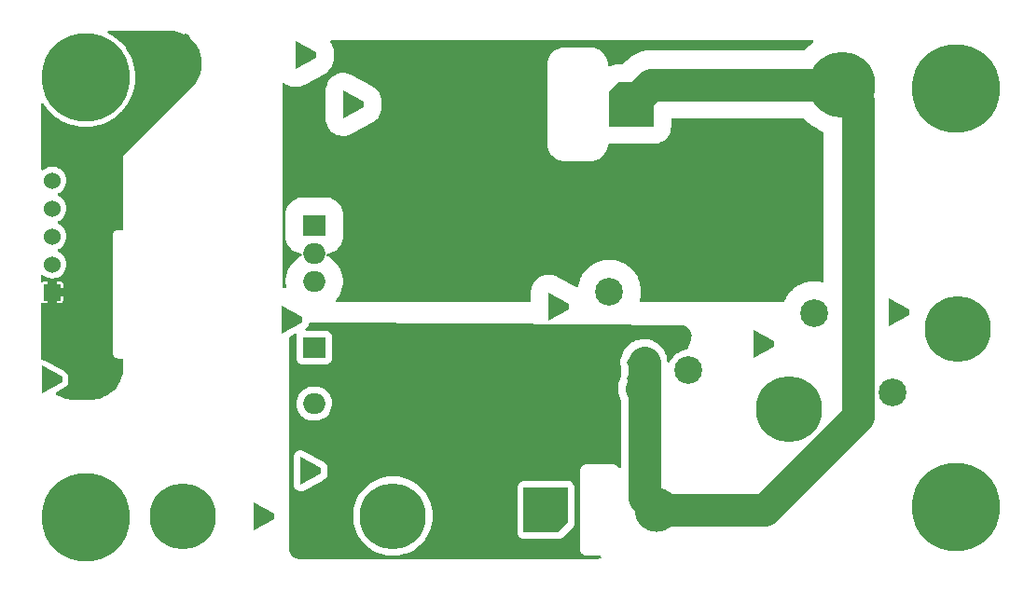
<source format=gbl>
%TF.GenerationSoftware,KiCad,Pcbnew,6.0.4*%
%TF.CreationDate,2022-07-27T16:30:23-04:00*%
%TF.ProjectId,verter,76657274-6572-42e6-9b69-6361645f7063,rev?*%
%TF.SameCoordinates,Original*%
%TF.FileFunction,Copper,L4,Bot*%
%TF.FilePolarity,Positive*%
%FSLAX46Y46*%
G04 Gerber Fmt 4.6, Leading zero omitted, Abs format (unit mm)*
G04 Created by KiCad (PCBNEW 6.0.4) date 2022-07-27 16:30:23*
%MOMM*%
%LPD*%
G01*
G04 APERTURE LIST*
G04 Aperture macros list*
%AMOutline4P*
0 Free polygon, 4 corners , with rotation*
0 The origin of the aperture is its center*
0 number of corners: always 4*
0 $1 to $8 corner X, Y*
0 $9 Rotation angle, in degrees counterclockwise*
0 create outline with 4 corners*
4,1,4,$1,$2,$3,$4,$5,$6,$7,$8,$1,$2,$9*%
%AMOutline5P*
0 Free polygon, 5 corners , with rotation*
0 The origin of the aperture is its center*
0 number of corners: always 5*
0 $1 to $10 corner X, Y*
0 $11 Rotation angle, in degrees counterclockwise*
0 create outline with 5 corners*
4,1,5,$1,$2,$3,$4,$5,$6,$7,$8,$9,$10,$1,$2,$11*%
%AMOutline6P*
0 Free polygon, 6 corners , with rotation*
0 The origin of the aperture is its center*
0 number of corners: always 6*
0 $1 to $12 corner X, Y*
0 $13 Rotation angle, in degrees counterclockwise*
0 create outline with 6 corners*
4,1,6,$1,$2,$3,$4,$5,$6,$7,$8,$9,$10,$11,$12,$1,$2,$13*%
%AMOutline7P*
0 Free polygon, 7 corners , with rotation*
0 The origin of the aperture is its center*
0 number of corners: always 7*
0 $1 to $14 corner X, Y*
0 $15 Rotation angle, in degrees counterclockwise*
0 create outline with 7 corners*
4,1,7,$1,$2,$3,$4,$5,$6,$7,$8,$9,$10,$11,$12,$13,$14,$1,$2,$15*%
%AMOutline8P*
0 Free polygon, 8 corners , with rotation*
0 The origin of the aperture is its center*
0 number of corners: always 8*
0 $1 to $16 corner X, Y*
0 $17 Rotation angle, in degrees counterclockwise*
0 create outline with 8 corners*
4,1,8,$1,$2,$3,$4,$5,$6,$7,$8,$9,$10,$11,$12,$13,$14,$15,$16,$1,$2,$17*%
G04 Aperture macros list end*
%TA.AperFunction,ComponentPad*%
%ADD10C,8.000000*%
%TD*%
%TA.AperFunction,TestPad*%
%ADD11C,6.000000*%
%TD*%
%TA.AperFunction,ComponentPad*%
%ADD12Outline4P,-0.912000X-1.262000X0.912000X-0.262000X0.912000X0.262000X-0.912000X1.262000X0.000000*%
%TD*%
%TA.AperFunction,ComponentPad*%
%ADD13R,1.524000X1.524000*%
%TD*%
%TA.AperFunction,ComponentPad*%
%ADD14C,1.524000*%
%TD*%
%TA.AperFunction,ComponentPad*%
%ADD15C,2.524000*%
%TD*%
%TA.AperFunction,ComponentPad*%
%ADD16R,2.000000X1.905000*%
%TD*%
%TA.AperFunction,ComponentPad*%
%ADD17O,2.000000X1.905000*%
%TD*%
%TA.AperFunction,ComponentPad*%
%ADD18C,4.000000*%
%TD*%
%TA.AperFunction,ComponentPad*%
%ADD19Outline5P,-2.000000X1.200000X-1.200000X2.000000X2.000000X2.000000X2.000000X-2.000000X-2.000000X-2.000000X0.000000*%
%TD*%
%TA.AperFunction,ComponentPad*%
%ADD20Outline5P,-2.000000X1.200000X-1.200000X2.000000X2.000000X2.000000X2.000000X-2.000000X-2.000000X-2.000000X180.000000*%
%TD*%
%TA.AperFunction,ViaPad*%
%ADD21C,0.800000*%
%TD*%
%TA.AperFunction,ViaPad*%
%ADD22C,0.600000*%
%TD*%
%TA.AperFunction,ViaPad*%
%ADD23C,0.550000*%
%TD*%
%TA.AperFunction,ViaPad*%
%ADD24C,0.700000*%
%TD*%
%TA.AperFunction,Conductor*%
%ADD25C,3.000000*%
%TD*%
G04 APERTURE END LIST*
D10*
%TO.P,M1,1,hol*%
%TO.N,/amp/nw*%
X105000000Y-105000000D03*
%TD*%
D11*
%TO.P,BN2,1,1+*%
%TO.N,+VDC*%
X168900000Y-116100000D03*
%TO.P,BN2,2,2-*%
%TO.N,-VDC*%
X168900000Y-135150000D03*
%TD*%
D10*
%TO.P,M2,1,hol*%
%TO.N,/amp/sw*%
X184000000Y-144000000D03*
%TD*%
D12*
%TO.P,t3bat-1,1,tp*%
%TO.N,-BATT*%
X125450000Y-140750000D03*
%TD*%
%TO.P,t12hbout1,1,tp*%
%TO.N,/amp/hbout*%
X178850000Y-126350000D03*
%TD*%
%TO.P,t2vdda1,1,tp*%
%TO.N,/amp/vdda*%
X125000000Y-103000000D03*
%TD*%
D13*
%TO.P,cn1,1,1*%
%TO.N,GND*%
X101986000Y-124540000D03*
D14*
%TO.P,cn1,2,2*%
%TO.N,hb_b_in*%
X101986000Y-122000000D03*
%TO.P,cn1,3,3*%
%TO.N,hb_a_in*%
X101986000Y-119460000D03*
%TO.P,cn1,4,4*%
%TO.N,hb_dis*%
X101986000Y-116920000D03*
%TO.P,cn1,5,5*%
%TO.N,+3V3*%
X101986000Y-114380000D03*
%TD*%
D12*
%TO.P,t1,1,tp*%
%TO.N,+3V3*%
X102000000Y-132460000D03*
%TD*%
%TO.P,t4bat+1,1,tp*%
%TO.N,+BATT*%
X121200000Y-144900000D03*
%TD*%
D10*
%TO.P,M3,1,hol*%
%TO.N,/amp/ne*%
X184000000Y-106000000D03*
%TD*%
D15*
%TO.P,L1,1,1*%
%TO.N,/amp/hb_rawmid*%
X152550000Y-124450000D03*
%TO.P,L1,2,2*%
%TO.N,/amp/hb_filtmid*%
X159734205Y-131634205D03*
%TD*%
D11*
%TO.P,BN3,1,1+*%
%TO.N,+BATT*%
X113850000Y-144850000D03*
%TO.P,BN3,2,2-*%
%TO.N,-BATT*%
X132900000Y-144850000D03*
%TD*%
D16*
%TO.P,U2,1,g*%
%TO.N,/amp/lo_gate*%
X125770000Y-129560000D03*
D17*
%TO.P,U2,2,d*%
%TO.N,/amp/hb_rawmid*%
X125770000Y-132100000D03*
%TO.P,U2,3,s*%
%TO.N,-VDC*%
X125770000Y-134640000D03*
%TD*%
D18*
%TO.P,C6,1*%
%TO.N,+VDC*%
X144550000Y-107450000D03*
D19*
%TO.P,C6,2*%
%TO.N,/amp/vdc_midpoint*%
X154550000Y-107450000D03*
%TD*%
D12*
%TO.P,t6higate1,1,tp*%
%TO.N,/amp/hi_gate*%
X129340000Y-107460000D03*
%TD*%
%TO.P,t5lo_gate1,1,tp*%
%TO.N,/amp/lo_gate*%
X123750000Y-127000000D03*
%TD*%
%TO.P,t8hbf1,1,tp*%
%TO.N,/amp/hb_filtmid*%
X166550000Y-129250000D03*
%TD*%
D16*
%TO.P,U1,1,g*%
%TO.N,/amp/hi_gate*%
X125770000Y-118460000D03*
D17*
%TO.P,U1,2,d*%
%TO.N,+VDC*%
X125770000Y-121000000D03*
%TO.P,U1,3,s*%
%TO.N,/amp/hb_rawmid*%
X125770000Y-123540000D03*
%TD*%
D15*
%TO.P,L2,1,1*%
%TO.N,/amp/hb_filtmid*%
X171115795Y-126415795D03*
%TO.P,L2,2,2*%
%TO.N,/amp/hbout*%
X178300000Y-133600000D03*
%TD*%
D12*
%TO.P,t7hbc1,1,tp*%
%TO.N,/amp/hb_rawmid*%
X147950000Y-125800000D03*
%TD*%
D11*
%TO.P,BN1,1,1*%
%TO.N,/amp/vdc_midpoint*%
X173650000Y-105650000D03*
%TD*%
%TO.P,BNOut4,1,1*%
%TO.N,/amp/hbout*%
X184200000Y-127900000D03*
%TD*%
D18*
%TO.P,C7,1*%
%TO.N,/amp/vdc_midpoint*%
X156800000Y-144300000D03*
D20*
%TO.P,C7,2*%
%TO.N,-VDC*%
X146800000Y-144300000D03*
%TD*%
D10*
%TO.P,M4,1,hol*%
%TO.N,/amp/se*%
X105000000Y-145000000D03*
%TD*%
D21*
%TO.N,GND*%
X105400000Y-115400000D03*
D22*
X103900000Y-124200000D03*
D21*
X114050000Y-101450000D03*
X103300000Y-127550000D03*
X107650000Y-113200000D03*
X102000000Y-126200000D03*
X114200000Y-104900000D03*
D23*
%TO.N,+VDC*%
X143000000Y-118000000D03*
X132000000Y-118000000D03*
X140000000Y-123000000D03*
D21*
X129000000Y-119300000D03*
D23*
X137000000Y-118000000D03*
D21*
X128950000Y-121900000D03*
D23*
X139000000Y-124000000D03*
X144000000Y-123000000D03*
X144000000Y-119000000D03*
X143000000Y-119000000D03*
X138000000Y-123000000D03*
X141000000Y-119000000D03*
X138000000Y-118000000D03*
X144000000Y-124000000D03*
X144000000Y-118000000D03*
X142000000Y-124000000D03*
X142000000Y-119000000D03*
X138000000Y-122000000D03*
X141000000Y-124000000D03*
X139000000Y-122000000D03*
D21*
X129000000Y-123400000D03*
D23*
X140000000Y-122000000D03*
X140000000Y-124000000D03*
X138000000Y-124000000D03*
X140490000Y-117490000D03*
X140000000Y-121000000D03*
X140000000Y-120000000D03*
D21*
X129000000Y-120500000D03*
D23*
X142000000Y-123000000D03*
X142000000Y-118000000D03*
X131000000Y-118000000D03*
X143000000Y-123000000D03*
X130000000Y-118000000D03*
X136000000Y-118000000D03*
X139000000Y-121000000D03*
X143000000Y-124000000D03*
X141000000Y-123000000D03*
X138990000Y-118990000D03*
%TO.N,/amp/hb_rawmid*%
X139000000Y-130000000D03*
X144000000Y-135000000D03*
X141000000Y-130000000D03*
X143000000Y-128000000D03*
X140000000Y-135000000D03*
D24*
X144000000Y-136000000D03*
D23*
X141000000Y-134000000D03*
X143000000Y-129000000D03*
X144000000Y-134000000D03*
X142000000Y-135000000D03*
X140000000Y-130000000D03*
D21*
X128300000Y-132400000D03*
X128300000Y-131350000D03*
D23*
X141000000Y-128000000D03*
X140000000Y-136000000D03*
X141000000Y-135000000D03*
X140000000Y-129000000D03*
X144000000Y-130000000D03*
X140000000Y-134000000D03*
X142000000Y-128000000D03*
X141000000Y-129000000D03*
X144000000Y-128000000D03*
X142000000Y-136000000D03*
X143000000Y-135000000D03*
X141000000Y-136000000D03*
X140000000Y-128000000D03*
X143000000Y-130000000D03*
X144000000Y-129000000D03*
X143000000Y-136000000D03*
D21*
X128250000Y-133450000D03*
D23*
X142000000Y-130000000D03*
X142000000Y-129000000D03*
D21*
%TO.N,/amp/vdc_midpoint*%
X155700000Y-130900000D03*
X154575000Y-132375000D03*
X155450000Y-133250000D03*
X154550000Y-130900000D03*
X155700000Y-132050000D03*
%TD*%
D25*
%TO.N,/amp/vdc_midpoint*%
X175126978Y-107126978D02*
X175126978Y-135851978D01*
X155700000Y-133500000D02*
X155700000Y-133800000D01*
X175126978Y-135851978D02*
X166678956Y-144300000D01*
X173650000Y-105650000D02*
X175126978Y-107126978D01*
X155700000Y-143200000D02*
X155700000Y-133800000D01*
X173650000Y-105650000D02*
X156350000Y-105650000D01*
X156350000Y-105650000D02*
X154550000Y-107450000D01*
X166678956Y-144300000D02*
X156800000Y-144300000D01*
X156800000Y-144300000D02*
X155700000Y-143200000D01*
X155700000Y-132050000D02*
X155700000Y-130900000D01*
X155700000Y-133800000D02*
X155700000Y-132050000D01*
X155450000Y-133250000D02*
X155700000Y-133500000D01*
%TD*%
%TA.AperFunction,Conductor*%
%TO.N,/amp/hb_rawmid*%
G36*
X141228197Y-127395888D02*
G01*
X159026692Y-127492041D01*
X159038923Y-127492702D01*
X159213784Y-127510716D01*
X159237766Y-127515576D01*
X159399940Y-127565239D01*
X159422531Y-127574641D01*
X159572061Y-127654720D01*
X159592408Y-127668313D01*
X159723633Y-127775779D01*
X159740969Y-127793047D01*
X159848954Y-127923856D01*
X159862624Y-127944147D01*
X159902453Y-128017822D01*
X159943285Y-128093354D01*
X159952777Y-128115908D01*
X160003079Y-128277897D01*
X160008032Y-128301860D01*
X160026075Y-128470514D01*
X160026303Y-128494982D01*
X160011408Y-128663941D01*
X160006903Y-128687992D01*
X159957912Y-128856810D01*
X159953930Y-128868394D01*
X159624559Y-129693763D01*
X159580733Y-129749619D01*
X159514456Y-129772873D01*
X159499170Y-129773714D01*
X159239370Y-129825392D01*
X159073737Y-129883558D01*
X158993650Y-129911682D01*
X158993647Y-129911683D01*
X158989442Y-129913160D01*
X158985489Y-129915213D01*
X158985483Y-129915216D01*
X158942772Y-129937403D01*
X158754375Y-130035268D01*
X158646616Y-130112273D01*
X158542479Y-130186690D01*
X158542475Y-130186693D01*
X158538858Y-130189278D01*
X158535638Y-130192350D01*
X158385206Y-130335855D01*
X158347191Y-130372119D01*
X158183199Y-130580142D01*
X158125791Y-130678978D01*
X158052388Y-130805350D01*
X158052385Y-130805356D01*
X158050154Y-130809197D01*
X158047531Y-130815674D01*
X158047008Y-130816333D01*
X158046521Y-130817327D01*
X158046304Y-130817221D01*
X158003421Y-130871303D01*
X157936236Y-130894254D01*
X157867309Y-130877240D01*
X157818522Y-130825661D01*
X157805038Y-130776944D01*
X157794165Y-130617452D01*
X157794164Y-130617446D01*
X157793873Y-130613175D01*
X157782131Y-130556472D01*
X157736443Y-130335855D01*
X157735574Y-130331658D01*
X157639607Y-130060657D01*
X157563478Y-129913160D01*
X157509715Y-129808995D01*
X157509715Y-129808994D01*
X157507750Y-129805188D01*
X157494488Y-129786317D01*
X157344904Y-129573482D01*
X157342441Y-129569977D01*
X157146740Y-129359378D01*
X156924268Y-129177287D01*
X156679142Y-129027073D01*
X156661048Y-129019130D01*
X156419830Y-128913243D01*
X156415898Y-128911517D01*
X156389963Y-128904129D01*
X156143534Y-128833932D01*
X156143535Y-128833932D01*
X156139406Y-128832756D01*
X155926704Y-128802485D01*
X155859036Y-128792854D01*
X155859034Y-128792854D01*
X155854784Y-128792249D01*
X155850495Y-128792227D01*
X155850488Y-128792226D01*
X155571583Y-128790765D01*
X155571576Y-128790765D01*
X155567297Y-128790743D01*
X155563053Y-128791302D01*
X155563049Y-128791302D01*
X155437660Y-128807810D01*
X155282266Y-128828268D01*
X155278126Y-128829401D01*
X155278124Y-128829401D01*
X155201311Y-128850415D01*
X155004964Y-128904129D01*
X155001016Y-128905813D01*
X154744476Y-129015237D01*
X154744472Y-129015239D01*
X154740524Y-129016923D01*
X154615960Y-129091473D01*
X154497521Y-129162357D01*
X154497517Y-129162360D01*
X154493839Y-129164561D01*
X154269472Y-129344313D01*
X154071577Y-129552851D01*
X153970321Y-129693763D01*
X153913046Y-129773470D01*
X153903814Y-129786317D01*
X153769288Y-130040392D01*
X153670489Y-130310373D01*
X153669575Y-130314565D01*
X153639703Y-130451570D01*
X153627010Y-130485428D01*
X153618567Y-130500787D01*
X153558765Y-130689306D01*
X153536719Y-130885851D01*
X153537235Y-130891995D01*
X153550001Y-131044024D01*
X153553268Y-131082934D01*
X153561321Y-131111019D01*
X153586619Y-131199243D01*
X153591500Y-131233973D01*
X153591500Y-132120417D01*
X153586559Y-132152333D01*
X153586909Y-132152407D01*
X153585628Y-132158433D01*
X153583765Y-132164306D01*
X153583079Y-132170425D01*
X153583078Y-132170428D01*
X153572443Y-132265248D01*
X153556676Y-132313630D01*
X153547241Y-132330171D01*
X153506636Y-132431179D01*
X153443274Y-132588799D01*
X153440011Y-132596915D01*
X153369975Y-132875744D01*
X153369504Y-132880011D01*
X153345872Y-133094068D01*
X153338427Y-133161499D01*
X153345953Y-133448891D01*
X153392412Y-133732602D01*
X153393673Y-133736702D01*
X153393674Y-133736705D01*
X153434998Y-133871032D01*
X153476946Y-134007385D01*
X153553461Y-134172222D01*
X153579788Y-134228939D01*
X153591500Y-134281990D01*
X153591500Y-140392690D01*
X153571498Y-140460811D01*
X153517842Y-140507304D01*
X153447568Y-140517408D01*
X153382988Y-140487914D01*
X153356375Y-140451008D01*
X153354815Y-140451909D01*
X153350683Y-140444752D01*
X153347524Y-140437125D01*
X153249987Y-140310013D01*
X153167280Y-140246549D01*
X153129430Y-140217505D01*
X153129429Y-140217504D01*
X153129427Y-140217503D01*
X153122876Y-140212476D01*
X153048863Y-140181819D01*
X152982480Y-140154322D01*
X152982477Y-140154321D01*
X152974850Y-140151162D01*
X152816000Y-140130249D01*
X152807812Y-140131327D01*
X152784303Y-140134422D01*
X152767857Y-140135500D01*
X150578143Y-140135500D01*
X150561697Y-140134422D01*
X150538188Y-140131327D01*
X150530000Y-140130249D01*
X150386607Y-140149127D01*
X150371150Y-140151162D01*
X150223125Y-140212476D01*
X150168359Y-140254500D01*
X150102566Y-140304984D01*
X150102563Y-140304987D01*
X150096013Y-140310013D01*
X149998476Y-140437124D01*
X149995317Y-140444750D01*
X149995316Y-140444752D01*
X149969407Y-140507304D01*
X149937162Y-140585150D01*
X149916249Y-140744000D01*
X149917327Y-140752188D01*
X149920422Y-140775697D01*
X149921500Y-140792143D01*
X149921500Y-147807857D01*
X149920422Y-147824303D01*
X149916249Y-147856000D01*
X149917327Y-147864188D01*
X149921500Y-147895885D01*
X149932685Y-147980840D01*
X149937162Y-148014850D01*
X149998476Y-148162875D01*
X150022163Y-148193744D01*
X150090984Y-148283434D01*
X150090987Y-148283437D01*
X150096013Y-148289987D01*
X150223124Y-148387524D01*
X150230750Y-148390683D01*
X150230752Y-148390684D01*
X150363520Y-148445678D01*
X150363523Y-148445679D01*
X150371150Y-148448838D01*
X150530000Y-148469751D01*
X150538188Y-148468673D01*
X150561697Y-148465578D01*
X150578143Y-148464500D01*
X151687896Y-148464500D01*
X151756017Y-148484502D01*
X151802510Y-148538158D01*
X151812614Y-148608432D01*
X151783120Y-148673012D01*
X151747891Y-148701300D01*
X151720091Y-148716353D01*
X151697064Y-148726008D01*
X151531587Y-148776793D01*
X151507105Y-148781718D01*
X151328601Y-148799495D01*
X151316115Y-148800115D01*
X124506187Y-148800115D01*
X124493837Y-148799508D01*
X124493705Y-148799495D01*
X124317260Y-148782116D01*
X124293043Y-148777300D01*
X124129190Y-148727597D01*
X124106371Y-148718144D01*
X124021934Y-148673012D01*
X123955369Y-148637432D01*
X123934842Y-148623716D01*
X123802479Y-148515089D01*
X123785026Y-148497636D01*
X123676399Y-148365273D01*
X123662681Y-148344743D01*
X123581971Y-148193744D01*
X123572518Y-148170924D01*
X123567762Y-148155245D01*
X123522815Y-148007072D01*
X123517998Y-147982852D01*
X123500607Y-147806278D01*
X123500000Y-147793928D01*
X123500000Y-144850000D01*
X129286548Y-144850000D01*
X129306343Y-145227709D01*
X129306856Y-145230949D01*
X129306857Y-145230957D01*
X129314489Y-145279142D01*
X129365511Y-145601279D01*
X129463403Y-145966618D01*
X129598947Y-146319723D01*
X129600445Y-146322663D01*
X129759395Y-146634619D01*
X129770659Y-146656726D01*
X129772455Y-146659492D01*
X129772457Y-146659495D01*
X129834977Y-146755767D01*
X129976656Y-146973934D01*
X130214682Y-147267871D01*
X130482129Y-147535318D01*
X130776066Y-147773344D01*
X131093274Y-147979341D01*
X131096208Y-147980836D01*
X131096215Y-147980840D01*
X131427337Y-148149555D01*
X131430277Y-148151053D01*
X131783382Y-148286597D01*
X132148721Y-148384489D01*
X132347158Y-148415918D01*
X132519043Y-148443143D01*
X132519051Y-148443144D01*
X132522291Y-148443657D01*
X132900000Y-148463452D01*
X133277709Y-148443657D01*
X133280949Y-148443144D01*
X133280957Y-148443143D01*
X133452842Y-148415918D01*
X133651279Y-148384489D01*
X134016618Y-148286597D01*
X134369723Y-148151053D01*
X134372663Y-148149555D01*
X134703785Y-147980840D01*
X134703792Y-147980836D01*
X134706726Y-147979341D01*
X135023934Y-147773344D01*
X135317871Y-147535318D01*
X135585318Y-147267871D01*
X135823344Y-146973934D01*
X135965023Y-146755767D01*
X136027543Y-146659495D01*
X136027545Y-146659492D01*
X136029341Y-146656726D01*
X136040606Y-146634619D01*
X136199555Y-146322663D01*
X136201053Y-146319723D01*
X136336597Y-145966618D01*
X136434489Y-145601279D01*
X136485511Y-145279142D01*
X136493143Y-145230957D01*
X136493144Y-145230949D01*
X136493657Y-145227709D01*
X136513452Y-144850000D01*
X136493657Y-144472291D01*
X136490885Y-144454784D01*
X136445350Y-144167297D01*
X136434489Y-144098721D01*
X136336597Y-143733382D01*
X136323542Y-143699371D01*
X136202237Y-143383362D01*
X136201053Y-143380277D01*
X136113960Y-143209347D01*
X136030840Y-143046215D01*
X136030836Y-143046208D01*
X136029341Y-143043274D01*
X135823344Y-142726066D01*
X135585318Y-142432129D01*
X135413304Y-142260115D01*
X144191500Y-142260115D01*
X144191501Y-146339884D01*
X144207162Y-146458850D01*
X144268476Y-146606876D01*
X144273502Y-146613426D01*
X144308853Y-146659495D01*
X144366013Y-146733987D01*
X144372563Y-146739013D01*
X144372566Y-146739016D01*
X144429569Y-146782756D01*
X144493125Y-146831524D01*
X144531241Y-146847312D01*
X144632102Y-146889090D01*
X144641150Y-146892838D01*
X144649338Y-146893916D01*
X144687591Y-146898952D01*
X144760115Y-146908500D01*
X148040156Y-146908500D01*
X148071159Y-146904372D01*
X148151686Y-146893651D01*
X148151689Y-146893650D01*
X148159885Y-146892559D01*
X148307802Y-146830987D01*
X148401880Y-146758668D01*
X149258670Y-145901878D01*
X149261207Y-145898562D01*
X149327035Y-145812515D01*
X149327037Y-145812512D01*
X149332059Y-145805947D01*
X149393114Y-145657816D01*
X149400091Y-145604468D01*
X149407968Y-145544227D01*
X149407968Y-145544222D01*
X149408500Y-145540156D01*
X149408499Y-142260116D01*
X149396245Y-142167026D01*
X149393916Y-142149337D01*
X149393916Y-142149335D01*
X149392838Y-142141150D01*
X149358318Y-142057810D01*
X149334684Y-142000752D01*
X149334683Y-142000750D01*
X149331524Y-141993124D01*
X149254723Y-141893036D01*
X149239014Y-141872564D01*
X149239013Y-141872563D01*
X149233987Y-141866013D01*
X149227436Y-141860986D01*
X149227434Y-141860984D01*
X149170431Y-141817244D01*
X149106875Y-141768476D01*
X148958850Y-141707162D01*
X148950662Y-141706084D01*
X148843972Y-141692038D01*
X148843971Y-141692038D01*
X148839885Y-141691500D01*
X146800248Y-141691500D01*
X144760116Y-141691501D01*
X144756031Y-141692039D01*
X144756027Y-141692039D01*
X144649337Y-141706084D01*
X144649335Y-141706084D01*
X144641150Y-141707162D01*
X144567137Y-141737819D01*
X144500752Y-141765316D01*
X144500750Y-141765317D01*
X144493124Y-141768476D01*
X144366013Y-141866013D01*
X144360987Y-141872563D01*
X144360984Y-141872566D01*
X144345277Y-141893036D01*
X144268476Y-141993125D01*
X144207162Y-142141150D01*
X144191500Y-142260115D01*
X135413304Y-142260115D01*
X135317871Y-142164682D01*
X135023934Y-141926656D01*
X134706726Y-141720659D01*
X134703792Y-141719164D01*
X134703785Y-141719160D01*
X134372663Y-141550445D01*
X134369723Y-141548947D01*
X134016618Y-141413403D01*
X133651279Y-141315511D01*
X133452842Y-141284082D01*
X133280957Y-141256857D01*
X133280949Y-141256856D01*
X133277709Y-141256343D01*
X132900000Y-141236548D01*
X132522291Y-141256343D01*
X132519051Y-141256856D01*
X132519043Y-141256857D01*
X132347158Y-141284082D01*
X132148721Y-141315511D01*
X131783382Y-141413403D01*
X131430277Y-141548947D01*
X131427337Y-141550445D01*
X131096215Y-141719160D01*
X131096208Y-141719164D01*
X131093274Y-141720659D01*
X130776066Y-141926656D01*
X130482129Y-142164682D01*
X130214682Y-142432129D01*
X129976656Y-142726066D01*
X129770659Y-143043274D01*
X129769164Y-143046208D01*
X129769160Y-143046215D01*
X129686040Y-143209347D01*
X129598947Y-143380277D01*
X129597763Y-143383362D01*
X129476459Y-143699371D01*
X129463403Y-143733382D01*
X129365511Y-144098721D01*
X129354650Y-144167297D01*
X129309116Y-144454784D01*
X129306343Y-144472291D01*
X129286548Y-144850000D01*
X123500000Y-144850000D01*
X123500000Y-142053855D01*
X123929499Y-142053855D01*
X123943621Y-142164982D01*
X123946640Y-142172479D01*
X123946641Y-142172483D01*
X124000385Y-142305948D01*
X124003469Y-142313606D01*
X124099744Y-142441676D01*
X124225885Y-142540464D01*
X124373297Y-142603238D01*
X124402332Y-142607353D01*
X124523752Y-142624562D01*
X124523756Y-142624562D01*
X124531933Y-142625721D01*
X124690982Y-142606379D01*
X124793829Y-142565693D01*
X126331891Y-141722457D01*
X126717503Y-141511047D01*
X126717510Y-141511043D01*
X126719558Y-141509920D01*
X126730509Y-141502807D01*
X126844982Y-141390706D01*
X126926541Y-141252797D01*
X126969628Y-141098478D01*
X126970500Y-141086162D01*
X126970500Y-140413840D01*
X126969527Y-140400818D01*
X126926261Y-140246549D01*
X126869062Y-140150084D01*
X126848754Y-140115835D01*
X126848752Y-140115833D01*
X126844543Y-140108734D01*
X126729939Y-139996766D01*
X126724595Y-139993324D01*
X126721428Y-139991284D01*
X126721420Y-139991279D01*
X126719558Y-139990080D01*
X124793824Y-138934305D01*
X124689596Y-138893266D01*
X124681564Y-138892308D01*
X124681563Y-138892308D01*
X124597950Y-138882338D01*
X124530502Y-138874295D01*
X124522327Y-138875473D01*
X124380092Y-138895969D01*
X124380090Y-138895970D01*
X124371919Y-138897147D01*
X124224654Y-138960265D01*
X124218163Y-138965373D01*
X124105236Y-139054237D01*
X124105234Y-139054239D01*
X124098743Y-139059347D01*
X124002767Y-139187641D01*
X123943266Y-139336404D01*
X123929500Y-139446141D01*
X123929499Y-142053855D01*
X123500000Y-142053855D01*
X123500000Y-134694655D01*
X124157376Y-134694655D01*
X124186248Y-134944186D01*
X124187625Y-134949051D01*
X124187625Y-134949053D01*
X124235502Y-135118248D01*
X124254643Y-135185891D01*
X124360803Y-135413551D01*
X124363641Y-135417727D01*
X124363645Y-135417734D01*
X124499150Y-135617123D01*
X124499153Y-135617127D01*
X124501996Y-135621310D01*
X124674589Y-135803823D01*
X124678615Y-135806901D01*
X124678616Y-135806902D01*
X124796077Y-135896707D01*
X124874143Y-135956393D01*
X125095522Y-136075096D01*
X125333032Y-136156877D01*
X125580562Y-136199633D01*
X125584521Y-136199813D01*
X125584523Y-136199813D01*
X125609247Y-136200936D01*
X125609268Y-136200936D01*
X125610667Y-136201000D01*
X125880612Y-136201000D01*
X125883120Y-136200798D01*
X125883125Y-136200798D01*
X126062844Y-136186338D01*
X126062848Y-136186337D01*
X126067886Y-136185932D01*
X126072794Y-136184726D01*
X126072797Y-136184726D01*
X126306917Y-136127221D01*
X126311831Y-136126014D01*
X126316483Y-136124039D01*
X126316487Y-136124038D01*
X126538403Y-136029840D01*
X126538404Y-136029840D01*
X126543058Y-136027864D01*
X126755618Y-135894008D01*
X126944042Y-135727889D01*
X127103484Y-135533782D01*
X127229840Y-135316680D01*
X127319861Y-135082169D01*
X127371229Y-134836282D01*
X127382624Y-134585345D01*
X127353752Y-134335814D01*
X127338522Y-134281990D01*
X127286733Y-134098972D01*
X127285357Y-134094109D01*
X127179197Y-133866449D01*
X127176359Y-133862273D01*
X127176355Y-133862266D01*
X127040850Y-133662877D01*
X127040847Y-133662873D01*
X127038004Y-133658690D01*
X126865411Y-133476177D01*
X126841204Y-133457669D01*
X126669883Y-133326685D01*
X126669882Y-133326684D01*
X126665857Y-133323607D01*
X126444478Y-133204904D01*
X126206968Y-133123123D01*
X125959438Y-133080367D01*
X125955479Y-133080187D01*
X125955477Y-133080187D01*
X125930753Y-133079064D01*
X125930732Y-133079064D01*
X125929333Y-133079000D01*
X125659388Y-133079000D01*
X125656880Y-133079202D01*
X125656875Y-133079202D01*
X125477156Y-133093662D01*
X125477152Y-133093663D01*
X125472114Y-133094068D01*
X125467206Y-133095274D01*
X125467203Y-133095274D01*
X125347112Y-133124771D01*
X125228169Y-133153986D01*
X125223517Y-133155961D01*
X125223513Y-133155962D01*
X125102578Y-133207296D01*
X124996942Y-133252136D01*
X124784382Y-133385992D01*
X124780587Y-133389338D01*
X124689664Y-133469498D01*
X124595958Y-133552111D01*
X124436516Y-133746218D01*
X124310160Y-133963320D01*
X124220139Y-134197831D01*
X124168771Y-134443718D01*
X124157376Y-134694655D01*
X123500000Y-134694655D01*
X123500000Y-128667626D01*
X123520002Y-128599505D01*
X123565426Y-128557142D01*
X123991421Y-128323592D01*
X124060768Y-128308383D01*
X124127331Y-128333081D01*
X124169974Y-128389844D01*
X124176915Y-128450523D01*
X124171062Y-128494982D01*
X124161500Y-128567615D01*
X124161501Y-130552384D01*
X124162039Y-130556469D01*
X124162039Y-130556473D01*
X124171637Y-130629381D01*
X124177162Y-130671350D01*
X124184600Y-130689306D01*
X124234260Y-130809197D01*
X124238476Y-130819376D01*
X124243502Y-130825926D01*
X124330985Y-130939934D01*
X124336013Y-130946487D01*
X124342563Y-130951513D01*
X124342566Y-130951516D01*
X124399569Y-130995256D01*
X124463125Y-131044024D01*
X124611150Y-131105338D01*
X124619338Y-131106416D01*
X124726021Y-131120461D01*
X124730115Y-131121000D01*
X125769873Y-131121000D01*
X126809884Y-131120999D01*
X126813969Y-131120461D01*
X126813973Y-131120461D01*
X126920663Y-131106416D01*
X126920665Y-131106416D01*
X126928850Y-131105338D01*
X127051073Y-131054712D01*
X127069248Y-131047184D01*
X127069250Y-131047183D01*
X127076876Y-131044024D01*
X127203987Y-130946487D01*
X127209014Y-130939936D01*
X127209016Y-130939934D01*
X127268432Y-130862501D01*
X127301524Y-130819375D01*
X127362838Y-130671350D01*
X127378500Y-130552385D01*
X127378499Y-128567616D01*
X127368938Y-128494982D01*
X127363916Y-128456837D01*
X127363916Y-128456835D01*
X127362838Y-128448650D01*
X127301524Y-128300624D01*
X127203987Y-128173513D01*
X127197437Y-128168487D01*
X127197434Y-128168484D01*
X127099522Y-128093354D01*
X127076875Y-128075976D01*
X126928850Y-128014662D01*
X126809885Y-127999000D01*
X126785349Y-127999000D01*
X125075395Y-127999001D01*
X125007275Y-127978999D01*
X124960782Y-127925343D01*
X124950678Y-127855069D01*
X124980172Y-127790489D01*
X125014822Y-127762517D01*
X125017493Y-127761052D01*
X125019558Y-127759920D01*
X125030509Y-127752807D01*
X125119049Y-127666102D01*
X125139084Y-127646482D01*
X125139085Y-127646481D01*
X125144982Y-127640706D01*
X125226541Y-127502797D01*
X125254582Y-127402366D01*
X125292166Y-127342134D01*
X125356348Y-127311783D01*
X125376613Y-127310253D01*
X141228197Y-127395888D01*
G37*
%TD.AperFunction*%
%TD*%
%TA.AperFunction,Conductor*%
%TO.N,+VDC*%
G36*
X171050702Y-101628502D02*
G01*
X171097195Y-101682158D01*
X171107299Y-101752432D01*
X171077805Y-101817012D01*
X171049726Y-101841118D01*
X171017057Y-101861691D01*
X170684549Y-102115913D01*
X170376450Y-102399224D01*
X170284946Y-102500139D01*
X170224373Y-102537165D01*
X170191607Y-102541500D01*
X156401684Y-102541500D01*
X156397836Y-102541441D01*
X156272076Y-102537598D01*
X156272069Y-102537598D01*
X156268496Y-102537489D01*
X156220934Y-102541441D01*
X156134769Y-102548600D01*
X156131480Y-102548830D01*
X156001104Y-102556234D01*
X156001100Y-102556234D01*
X155997533Y-102556437D01*
X155994008Y-102557043D01*
X155994005Y-102557043D01*
X155962756Y-102562412D01*
X155951856Y-102563799D01*
X155920353Y-102566417D01*
X155916673Y-102566723D01*
X155913169Y-102567420D01*
X155785054Y-102592904D01*
X155781810Y-102593505D01*
X155653127Y-102615616D01*
X155653119Y-102615618D01*
X155649597Y-102616223D01*
X155615704Y-102626102D01*
X155605038Y-102628711D01*
X155573928Y-102634899D01*
X155573918Y-102634901D01*
X155570422Y-102635597D01*
X155567017Y-102636687D01*
X155567013Y-102636688D01*
X155442635Y-102676501D01*
X155439482Y-102677465D01*
X155367758Y-102698371D01*
X155310666Y-102715012D01*
X155307364Y-102716397D01*
X155307363Y-102716397D01*
X155278117Y-102728661D01*
X155267804Y-102732466D01*
X155237597Y-102742135D01*
X155237591Y-102742137D01*
X155234193Y-102743225D01*
X155230935Y-102744693D01*
X155230934Y-102744693D01*
X155111840Y-102798341D01*
X155108823Y-102799652D01*
X154985097Y-102851535D01*
X154962565Y-102864153D01*
X154954310Y-102868776D01*
X154944499Y-102873721D01*
X154915572Y-102886753D01*
X154912309Y-102888223D01*
X154909239Y-102890049D01*
X154909236Y-102890051D01*
X154797008Y-102956820D01*
X154794151Y-102958470D01*
X154680193Y-103022289D01*
X154680188Y-103022292D01*
X154677076Y-103024035D01*
X154674177Y-103026122D01*
X154674166Y-103026129D01*
X154648432Y-103044655D01*
X154639239Y-103050682D01*
X154608909Y-103068727D01*
X154502038Y-103149994D01*
X154499530Y-103151850D01*
X154390562Y-103230295D01*
X154387919Y-103232696D01*
X154387915Y-103232699D01*
X154364436Y-103254026D01*
X154355986Y-103261054D01*
X154330299Y-103280587D01*
X154330293Y-103280592D01*
X154327893Y-103282417D01*
X154243349Y-103360568D01*
X154207908Y-103396009D01*
X154203532Y-103400181D01*
X154129239Y-103467664D01*
X154126888Y-103470345D01*
X154126880Y-103470353D01*
X154081949Y-103521587D01*
X154076312Y-103527605D01*
X153799321Y-103804596D01*
X153737009Y-103838622D01*
X153710226Y-103841501D01*
X153286087Y-103841501D01*
X153283581Y-103841702D01*
X153283578Y-103841702D01*
X153220326Y-103846773D01*
X153094816Y-103856834D01*
X153089997Y-103858000D01*
X153089996Y-103858000D01*
X152853542Y-103915204D01*
X152853538Y-103915205D01*
X152848732Y-103916368D01*
X152614990Y-104013665D01*
X152614972Y-104013621D01*
X152546741Y-104026564D01*
X152480908Y-103999984D01*
X152439895Y-103942031D01*
X152433086Y-103901170D01*
X152433086Y-103898930D01*
X152433474Y-103894000D01*
X152413609Y-103641597D01*
X152384798Y-103521587D01*
X152355660Y-103400221D01*
X152354505Y-103395409D01*
X152340447Y-103361470D01*
X152259511Y-103166072D01*
X152259509Y-103166068D01*
X152257616Y-103161498D01*
X152125328Y-102945624D01*
X151960898Y-102753102D01*
X151768376Y-102588672D01*
X151552502Y-102456384D01*
X151547932Y-102454491D01*
X151547928Y-102454489D01*
X151323164Y-102361389D01*
X151323162Y-102361388D01*
X151318591Y-102359495D01*
X151233968Y-102339179D01*
X151077216Y-102301546D01*
X151077210Y-102301545D01*
X151072403Y-102300391D01*
X150883199Y-102285500D01*
X150820000Y-102280526D01*
X150815070Y-102280914D01*
X150761731Y-102285112D01*
X150751845Y-102285500D01*
X148602155Y-102285500D01*
X148592269Y-102285112D01*
X148538930Y-102280914D01*
X148534000Y-102280526D01*
X148470801Y-102285500D01*
X148281597Y-102300391D01*
X148276790Y-102301545D01*
X148276784Y-102301546D01*
X148120032Y-102339179D01*
X148035409Y-102359495D01*
X148030838Y-102361388D01*
X148030836Y-102361389D01*
X147806072Y-102454489D01*
X147806068Y-102454491D01*
X147801498Y-102456384D01*
X147585624Y-102588672D01*
X147393102Y-102753102D01*
X147228672Y-102945624D01*
X147096384Y-103161498D01*
X147094491Y-103166068D01*
X147094489Y-103166072D01*
X147013553Y-103361470D01*
X146999495Y-103395409D01*
X146998340Y-103400221D01*
X146969203Y-103521587D01*
X146940391Y-103641597D01*
X146920526Y-103894000D01*
X146920914Y-103898930D01*
X146925112Y-103952269D01*
X146925500Y-103962155D01*
X146925500Y-110937845D01*
X146925112Y-110947731D01*
X146920526Y-111006000D01*
X146925500Y-111069199D01*
X146940391Y-111258403D01*
X146999495Y-111504591D01*
X147001388Y-111509162D01*
X147001389Y-111509164D01*
X147044121Y-111612327D01*
X147096384Y-111738502D01*
X147228672Y-111954376D01*
X147393102Y-112146898D01*
X147585624Y-112311328D01*
X147801498Y-112443616D01*
X147806068Y-112445509D01*
X147806072Y-112445511D01*
X148030836Y-112538611D01*
X148035409Y-112540505D01*
X148120032Y-112560821D01*
X148276784Y-112598454D01*
X148276790Y-112598455D01*
X148281597Y-112599609D01*
X148534000Y-112619474D01*
X148592269Y-112614888D01*
X148602155Y-112614500D01*
X150751845Y-112614500D01*
X150761731Y-112614888D01*
X150820000Y-112619474D01*
X150883199Y-112614500D01*
X151072403Y-112599609D01*
X151077210Y-112598455D01*
X151077216Y-112598454D01*
X151233968Y-112560821D01*
X151318591Y-112540505D01*
X151323164Y-112538611D01*
X151547928Y-112445511D01*
X151547932Y-112445509D01*
X151552502Y-112443616D01*
X151768376Y-112311328D01*
X151960898Y-112146898D01*
X152125328Y-111954376D01*
X152257616Y-111738502D01*
X152309880Y-111612327D01*
X152352611Y-111509164D01*
X152352612Y-111509162D01*
X152354505Y-111504591D01*
X152413609Y-111258403D01*
X152420204Y-111174613D01*
X152445490Y-111108272D01*
X152502628Y-111066133D01*
X152545816Y-111058500D01*
X156447366Y-111058499D01*
X156613198Y-111058499D01*
X156615644Y-111058307D01*
X156615657Y-111058306D01*
X156743977Y-111048207D01*
X156802403Y-111043609D01*
X157048591Y-110984505D01*
X157072130Y-110974755D01*
X157277928Y-110889511D01*
X157277932Y-110889509D01*
X157282502Y-110887616D01*
X157498376Y-110755328D01*
X157690898Y-110590898D01*
X157855328Y-110398376D01*
X157987616Y-110182502D01*
X158072911Y-109976583D01*
X158082611Y-109953164D01*
X158082612Y-109953162D01*
X158084505Y-109948591D01*
X158143609Y-109702403D01*
X158158500Y-109513199D01*
X158158500Y-108884500D01*
X158178502Y-108816379D01*
X158232158Y-108769886D01*
X158284500Y-108758500D01*
X170188204Y-108758500D01*
X170256325Y-108778502D01*
X170283295Y-108801834D01*
X170309089Y-108831507D01*
X170611187Y-109121208D01*
X170938298Y-109382338D01*
X171287730Y-109612745D01*
X171656606Y-109810535D01*
X171941710Y-109931554D01*
X171996600Y-109976583D01*
X172018478Y-110047538D01*
X172018478Y-123521201D01*
X171998476Y-123589322D01*
X171944820Y-123635815D01*
X171874546Y-123645919D01*
X171861783Y-123643405D01*
X171658111Y-123592246D01*
X171658100Y-123592244D01*
X171654585Y-123591361D01*
X171516091Y-123573128D01*
X171329986Y-123548626D01*
X171329978Y-123548625D01*
X171326382Y-123548152D01*
X171182399Y-123545890D01*
X170999028Y-123543009D01*
X170999025Y-123543009D01*
X170995387Y-123542952D01*
X170991772Y-123543313D01*
X170991768Y-123543313D01*
X170831321Y-123559328D01*
X170665989Y-123575831D01*
X170662452Y-123576602D01*
X170662447Y-123576603D01*
X170346097Y-123645578D01*
X170342552Y-123646351D01*
X170339125Y-123647524D01*
X170339119Y-123647526D01*
X170032796Y-123752404D01*
X170032791Y-123752406D01*
X170029365Y-123753579D01*
X170026097Y-123755138D01*
X170026089Y-123755141D01*
X169945861Y-123793408D01*
X169730577Y-123896093D01*
X169450150Y-124072005D01*
X169447314Y-124074277D01*
X169447307Y-124074282D01*
X169319947Y-124176317D01*
X169191800Y-124278982D01*
X169189257Y-124281552D01*
X169189249Y-124281559D01*
X169082966Y-124388962D01*
X168958952Y-124514282D01*
X168754691Y-124774785D01*
X168752798Y-124777874D01*
X168752796Y-124777877D01*
X168639530Y-124962712D01*
X168581726Y-125057039D01*
X168580207Y-125060311D01*
X168580204Y-125060317D01*
X168457807Y-125324000D01*
X168442348Y-125357303D01*
X168441209Y-125360746D01*
X168441205Y-125360757D01*
X168440277Y-125363564D01*
X168399897Y-125421959D01*
X168334357Y-125449252D01*
X168320650Y-125450000D01*
X155421082Y-125450000D01*
X155352961Y-125429998D01*
X155306468Y-125376342D01*
X155296364Y-125306068D01*
X155300459Y-125287583D01*
X155301397Y-125284478D01*
X155302643Y-125281072D01*
X155303488Y-125277550D01*
X155303491Y-125277542D01*
X155379075Y-124962712D01*
X155379076Y-124962708D01*
X155379922Y-124959183D01*
X155401862Y-124777877D01*
X155419355Y-124633325D01*
X155419355Y-124633318D01*
X155419691Y-124630546D01*
X155425365Y-124450000D01*
X155424326Y-124431984D01*
X155406518Y-124123134D01*
X155406517Y-124123129D01*
X155406309Y-124119514D01*
X155398415Y-124074282D01*
X155350019Y-123796981D01*
X155350017Y-123796974D01*
X155349395Y-123793408D01*
X155318229Y-123688191D01*
X155275593Y-123544257D01*
X155255376Y-123476005D01*
X155125498Y-123171512D01*
X155115227Y-123153504D01*
X154963275Y-122887104D01*
X154961484Y-122883964D01*
X154906411Y-122808990D01*
X154767650Y-122620090D01*
X154767648Y-122620087D01*
X154765507Y-122617173D01*
X154540164Y-122374676D01*
X154288443Y-122159686D01*
X154013680Y-121975053D01*
X153719516Y-121823223D01*
X153409851Y-121706211D01*
X153088790Y-121625566D01*
X152950296Y-121607333D01*
X152764191Y-121582831D01*
X152764183Y-121582830D01*
X152760587Y-121582357D01*
X152616604Y-121580095D01*
X152433233Y-121577214D01*
X152433230Y-121577214D01*
X152429592Y-121577157D01*
X152425977Y-121577518D01*
X152425973Y-121577518D01*
X152265526Y-121593533D01*
X152100194Y-121610036D01*
X152096657Y-121610807D01*
X152096652Y-121610808D01*
X151780302Y-121679783D01*
X151776757Y-121680556D01*
X151773330Y-121681729D01*
X151773324Y-121681731D01*
X151467001Y-121786609D01*
X151466996Y-121786611D01*
X151463570Y-121787784D01*
X151460302Y-121789343D01*
X151460294Y-121789346D01*
X151307976Y-121861998D01*
X151164782Y-121930298D01*
X150884355Y-122106210D01*
X150881519Y-122108482D01*
X150881512Y-122108487D01*
X150649744Y-122294169D01*
X150626005Y-122313187D01*
X150623462Y-122315757D01*
X150623454Y-122315764D01*
X150489533Y-122451096D01*
X150393157Y-122548487D01*
X150188896Y-122808990D01*
X150187003Y-122812079D01*
X150187001Y-122812082D01*
X150033178Y-123063100D01*
X150015931Y-123091244D01*
X149876553Y-123391508D01*
X149772611Y-123705801D01*
X149733344Y-123895416D01*
X149714722Y-123985337D01*
X149681322Y-124047986D01*
X149619353Y-124082633D01*
X149548490Y-124078276D01*
X149530767Y-124070271D01*
X148142225Y-123309011D01*
X147717030Y-123075900D01*
X147676202Y-123056111D01*
X147436526Y-122974518D01*
X147431650Y-122973676D01*
X147431647Y-122973675D01*
X147191921Y-122932267D01*
X147191916Y-122932266D01*
X147187038Y-122931424D01*
X146976413Y-122928483D01*
X146938822Y-122927958D01*
X146933879Y-122927889D01*
X146928988Y-122928594D01*
X146928985Y-122928594D01*
X146688182Y-122963294D01*
X146688180Y-122963295D01*
X146683284Y-122964000D01*
X146649306Y-122974518D01*
X146446148Y-123037406D01*
X146446144Y-123037408D01*
X146441423Y-123038869D01*
X146214252Y-123150651D01*
X146210211Y-123153502D01*
X146210207Y-123153504D01*
X146011409Y-123293741D01*
X146007365Y-123296594D01*
X145825855Y-123473104D01*
X145674192Y-123675836D01*
X145671884Y-123680213D01*
X145671883Y-123680215D01*
X145661489Y-123699929D01*
X145556111Y-123899798D01*
X145474518Y-124139474D01*
X145473676Y-124144350D01*
X145473675Y-124144353D01*
X145454375Y-124256091D01*
X145431424Y-124388962D01*
X145429500Y-124430532D01*
X145429500Y-125324000D01*
X145409498Y-125392121D01*
X145355842Y-125438614D01*
X145303500Y-125450000D01*
X127828243Y-125450000D01*
X127760122Y-125429998D01*
X127713629Y-125376342D01*
X127703525Y-125306068D01*
X127736393Y-125237747D01*
X127791975Y-125178558D01*
X127791976Y-125178557D01*
X127794686Y-125175671D01*
X127984099Y-124914966D01*
X128026946Y-124837028D01*
X128137441Y-124636039D01*
X128137443Y-124636036D01*
X128139344Y-124632577D01*
X128235798Y-124388962D01*
X128256514Y-124336640D01*
X128256515Y-124336637D01*
X128257972Y-124332957D01*
X128258956Y-124329123D01*
X128258959Y-124329115D01*
X128325470Y-124070070D01*
X128338112Y-124020832D01*
X128378500Y-123701124D01*
X128378500Y-123378876D01*
X128338112Y-123059168D01*
X128292379Y-122881049D01*
X128258959Y-122750885D01*
X128258956Y-122750877D01*
X128257972Y-122747043D01*
X128139344Y-122447423D01*
X127984099Y-122165034D01*
X127794686Y-121904329D01*
X127574092Y-121669420D01*
X127325795Y-121464011D01*
X127053711Y-121291341D01*
X126959911Y-121247202D01*
X126906791Y-121200101D01*
X126887568Y-121131756D01*
X126908347Y-121063868D01*
X126962530Y-121017991D01*
X127003674Y-121007583D01*
X127007075Y-121007315D01*
X127022403Y-121006109D01*
X127268591Y-120947005D01*
X127273164Y-120945111D01*
X127497928Y-120852011D01*
X127497932Y-120852009D01*
X127502502Y-120850116D01*
X127718376Y-120717828D01*
X127910898Y-120553398D01*
X128075328Y-120360876D01*
X128207616Y-120145002D01*
X128304505Y-119911091D01*
X128363609Y-119664903D01*
X128378500Y-119475699D01*
X128378499Y-117444302D01*
X128378306Y-117441845D01*
X128378306Y-117441843D01*
X128363997Y-117260030D01*
X128363609Y-117255097D01*
X128304505Y-117008909D01*
X128207616Y-116774998D01*
X128075328Y-116559124D01*
X127910898Y-116366602D01*
X127718376Y-116202172D01*
X127502502Y-116069884D01*
X127497932Y-116067991D01*
X127497928Y-116067989D01*
X127273164Y-115974889D01*
X127273162Y-115974888D01*
X127268591Y-115972995D01*
X127183968Y-115952679D01*
X127027216Y-115915046D01*
X127027210Y-115915045D01*
X127022403Y-115913891D01*
X126922584Y-115906035D01*
X126835655Y-115899193D01*
X126835648Y-115899193D01*
X126833199Y-115899000D01*
X125770431Y-115899000D01*
X124706802Y-115899001D01*
X124704356Y-115899193D01*
X124704343Y-115899194D01*
X124576023Y-115909293D01*
X124517597Y-115913891D01*
X124271409Y-115972995D01*
X124266838Y-115974888D01*
X124266836Y-115974889D01*
X124042072Y-116067989D01*
X124042068Y-116067991D01*
X124037498Y-116069884D01*
X123821624Y-116202172D01*
X123629102Y-116366602D01*
X123464672Y-116559124D01*
X123332384Y-116774998D01*
X123235495Y-117008909D01*
X123176391Y-117255097D01*
X123161500Y-117444301D01*
X123161501Y-119475698D01*
X123161693Y-119478144D01*
X123161694Y-119478157D01*
X123171793Y-119606477D01*
X123176391Y-119664903D01*
X123235495Y-119911091D01*
X123332384Y-120145002D01*
X123464672Y-120360876D01*
X123629102Y-120553398D01*
X123821624Y-120717828D01*
X124037498Y-120850116D01*
X124042068Y-120852009D01*
X124042072Y-120852011D01*
X124266836Y-120945111D01*
X124271409Y-120947005D01*
X124356032Y-120967321D01*
X124512784Y-121004954D01*
X124512790Y-121004955D01*
X124517597Y-121006109D01*
X124534718Y-121007456D01*
X124536325Y-121007583D01*
X124602667Y-121032869D01*
X124644806Y-121090007D01*
X124649365Y-121160857D01*
X124614896Y-121222925D01*
X124580087Y-121247203D01*
X124489875Y-121289653D01*
X124489868Y-121289657D01*
X124486289Y-121291341D01*
X124214205Y-121464011D01*
X123965908Y-121669420D01*
X123745314Y-121904329D01*
X123555901Y-122165034D01*
X123400656Y-122447423D01*
X123282028Y-122747043D01*
X123281044Y-122750877D01*
X123281041Y-122750885D01*
X123247621Y-122881049D01*
X123201888Y-123059168D01*
X123161500Y-123378876D01*
X123161500Y-123701124D01*
X123186130Y-123896093D01*
X123199622Y-124002894D01*
X123188316Y-124072985D01*
X123140910Y-124125836D01*
X123072457Y-124144667D01*
X123053170Y-124142847D01*
X122987038Y-124131424D01*
X122979466Y-124131318D01*
X122974238Y-124131245D01*
X122906404Y-124110292D01*
X122860666Y-124055991D01*
X122850000Y-124005257D01*
X122850000Y-106090532D01*
X126819500Y-106090532D01*
X126819501Y-108829476D01*
X126821775Y-108874782D01*
X126865451Y-109124170D01*
X126867056Y-109128848D01*
X126867057Y-109128853D01*
X126926325Y-109301629D01*
X126947602Y-109363655D01*
X127066205Y-109587340D01*
X127069174Y-109591290D01*
X127069175Y-109591291D01*
X127126851Y-109668014D01*
X127218340Y-109789718D01*
X127221898Y-109793161D01*
X127221898Y-109793162D01*
X127239847Y-109810535D01*
X127400261Y-109965806D01*
X127404312Y-109968650D01*
X127404315Y-109968652D01*
X127603430Y-110108418D01*
X127603434Y-110108420D01*
X127607488Y-110111266D01*
X127713547Y-110163147D01*
X127830472Y-110220343D01*
X127830476Y-110220344D01*
X127834919Y-110222518D01*
X128076954Y-110296823D01*
X128202293Y-110314587D01*
X128322726Y-110331655D01*
X128322730Y-110331655D01*
X128327632Y-110332350D01*
X128450722Y-110330344D01*
X128575829Y-110328306D01*
X128575833Y-110328306D01*
X128580782Y-110328225D01*
X128585656Y-110327371D01*
X128585660Y-110327371D01*
X128678224Y-110311160D01*
X128830170Y-110284549D01*
X128834848Y-110282944D01*
X128834853Y-110282943D01*
X129065929Y-110203676D01*
X129069655Y-110202398D01*
X129107025Y-110184104D01*
X129245077Y-110108418D01*
X131084885Y-109099751D01*
X131086864Y-109098666D01*
X131088748Y-109097450D01*
X131088757Y-109097445D01*
X131216808Y-109014822D01*
X131216815Y-109014817D01*
X131220762Y-109012270D01*
X131410678Y-108844837D01*
X131424703Y-108827884D01*
X131568908Y-108653570D01*
X131568909Y-108653568D01*
X131572063Y-108649756D01*
X131700944Y-108431830D01*
X131702764Y-108427233D01*
X131702767Y-108427227D01*
X131792324Y-108201030D01*
X131794147Y-108196426D01*
X131849377Y-107949340D01*
X131860500Y-107792248D01*
X131860501Y-107127750D01*
X131849113Y-106968807D01*
X131793596Y-106721785D01*
X131700120Y-106486489D01*
X131690183Y-106469730D01*
X131573510Y-106272967D01*
X131573507Y-106272962D01*
X131570987Y-106268713D01*
X131422028Y-106089076D01*
X131412533Y-106077626D01*
X131412532Y-106077625D01*
X131409376Y-106073819D01*
X131405664Y-106070554D01*
X131405660Y-106070550D01*
X131222796Y-105909712D01*
X131219266Y-105906607D01*
X131086865Y-105821334D01*
X129107030Y-104735900D01*
X129066202Y-104716111D01*
X128826526Y-104634518D01*
X128821650Y-104633676D01*
X128821647Y-104633675D01*
X128581921Y-104592267D01*
X128581916Y-104592266D01*
X128577038Y-104591424D01*
X128366413Y-104588483D01*
X128328822Y-104587958D01*
X128323879Y-104587889D01*
X128318988Y-104588594D01*
X128318985Y-104588594D01*
X128078182Y-104623294D01*
X128078180Y-104623295D01*
X128073284Y-104624000D01*
X128039306Y-104634518D01*
X127836148Y-104697406D01*
X127836144Y-104697408D01*
X127831423Y-104698869D01*
X127604252Y-104810651D01*
X127600211Y-104813502D01*
X127600207Y-104813504D01*
X127401409Y-104953741D01*
X127397365Y-104956594D01*
X127215855Y-105133104D01*
X127064192Y-105335836D01*
X126946111Y-105559798D01*
X126944516Y-105564482D01*
X126944516Y-105564483D01*
X126914231Y-105653443D01*
X126864518Y-105799474D01*
X126863676Y-105804350D01*
X126863675Y-105804353D01*
X126852790Y-105867371D01*
X126821424Y-106048962D01*
X126821242Y-106052897D01*
X126820274Y-106073819D01*
X126819500Y-106090532D01*
X122850000Y-106090532D01*
X122850000Y-105599126D01*
X122870002Y-105531005D01*
X122923658Y-105484512D01*
X122993932Y-105474408D01*
X123056259Y-105501995D01*
X123056702Y-105502361D01*
X123060261Y-105505806D01*
X123064312Y-105508650D01*
X123064315Y-105508652D01*
X123263430Y-105648418D01*
X123263434Y-105648420D01*
X123267488Y-105651266D01*
X123373547Y-105703147D01*
X123490472Y-105760343D01*
X123490476Y-105760344D01*
X123494919Y-105762518D01*
X123736954Y-105836823D01*
X123862293Y-105854586D01*
X123982726Y-105871655D01*
X123982730Y-105871655D01*
X123987632Y-105872350D01*
X124110722Y-105870344D01*
X124235829Y-105868306D01*
X124235833Y-105868306D01*
X124240782Y-105868225D01*
X124245656Y-105867371D01*
X124245660Y-105867371D01*
X124338224Y-105851160D01*
X124490170Y-105824549D01*
X124494848Y-105822944D01*
X124494853Y-105822943D01*
X124677342Y-105760343D01*
X124729655Y-105742398D01*
X124767025Y-105724104D01*
X124905077Y-105648418D01*
X126744885Y-104639751D01*
X126746864Y-104638666D01*
X126748748Y-104637450D01*
X126748757Y-104637445D01*
X126876808Y-104554822D01*
X126876815Y-104554817D01*
X126880762Y-104552270D01*
X127070678Y-104384837D01*
X127232063Y-104189756D01*
X127360944Y-103971830D01*
X127362764Y-103967233D01*
X127362767Y-103967227D01*
X127452324Y-103741030D01*
X127454147Y-103736426D01*
X127509377Y-103489340D01*
X127520500Y-103332248D01*
X127520501Y-102667750D01*
X127509113Y-102508807D01*
X127507165Y-102500137D01*
X127454682Y-102266616D01*
X127454681Y-102266613D01*
X127453596Y-102261785D01*
X127360120Y-102026489D01*
X127262401Y-101861691D01*
X127233510Y-101812967D01*
X127233507Y-101812962D01*
X127230987Y-101808713D01*
X127229164Y-101806514D01*
X127206472Y-101739855D01*
X127223560Y-101670946D01*
X127275192Y-101622215D01*
X127332358Y-101608500D01*
X170982581Y-101608500D01*
X171050702Y-101628502D01*
G37*
%TD.AperFunction*%
%TD*%
%TA.AperFunction,Conductor*%
%TO.N,GND*%
G36*
X112561072Y-100750219D02*
G01*
X112902553Y-100770357D01*
X112917277Y-100772100D01*
X113034532Y-100793038D01*
X113250385Y-100831585D01*
X113264811Y-100835049D01*
X113588595Y-100933268D01*
X113602513Y-100938402D01*
X113912527Y-101074004D01*
X113925746Y-101080740D01*
X114217659Y-101251834D01*
X114229994Y-101260076D01*
X114499774Y-101464294D01*
X114511055Y-101473928D01*
X114754972Y-101708449D01*
X114765040Y-101719341D01*
X114979703Y-101980908D01*
X114988419Y-101992906D01*
X115170839Y-102277875D01*
X115178088Y-102290818D01*
X115191994Y-102319487D01*
X115325754Y-102595261D01*
X115331432Y-102608968D01*
X115442290Y-102928657D01*
X115446317Y-102942935D01*
X115518833Y-103273446D01*
X115521153Y-103288099D01*
X115554317Y-103624821D01*
X115554900Y-103639645D01*
X115548257Y-103977949D01*
X115547093Y-103992736D01*
X115520848Y-104182487D01*
X115500734Y-104327907D01*
X115497841Y-104342451D01*
X115432254Y-104593798D01*
X115412404Y-104669867D01*
X115407819Y-104683976D01*
X115284498Y-104999058D01*
X115278287Y-105012531D01*
X115118784Y-105310941D01*
X115111035Y-105323587D01*
X114983963Y-105505910D01*
X114917559Y-105601186D01*
X114908374Y-105612837D01*
X114681137Y-105868555D01*
X114676046Y-105873954D01*
X108450000Y-112100000D01*
X108450000Y-118731500D01*
X108429998Y-118799621D01*
X108376342Y-118846114D01*
X108324000Y-118857500D01*
X107992623Y-118857500D01*
X107991853Y-118857498D01*
X107991037Y-118857493D01*
X107914279Y-118857024D01*
X107891918Y-118863415D01*
X107885847Y-118865150D01*
X107869085Y-118868728D01*
X107839813Y-118872920D01*
X107831645Y-118876634D01*
X107831644Y-118876634D01*
X107816438Y-118883548D01*
X107798914Y-118889996D01*
X107774229Y-118897051D01*
X107766635Y-118901843D01*
X107766632Y-118901844D01*
X107749220Y-118912830D01*
X107734137Y-118920969D01*
X107707218Y-118933208D01*
X107700416Y-118939069D01*
X107687765Y-118949970D01*
X107672761Y-118961073D01*
X107651042Y-118974776D01*
X107645103Y-118981501D01*
X107645099Y-118981504D01*
X107631468Y-118996938D01*
X107619276Y-119008982D01*
X107603673Y-119022427D01*
X107603671Y-119022430D01*
X107596873Y-119028287D01*
X107591993Y-119035816D01*
X107591992Y-119035817D01*
X107582906Y-119049835D01*
X107571615Y-119064709D01*
X107560569Y-119077217D01*
X107554622Y-119083951D01*
X107542058Y-119110711D01*
X107533737Y-119125691D01*
X107522529Y-119142983D01*
X107522527Y-119142988D01*
X107517648Y-119150515D01*
X107515078Y-119159108D01*
X107515076Y-119159113D01*
X107510289Y-119175120D01*
X107503628Y-119192564D01*
X107492719Y-119215800D01*
X107488326Y-119244016D01*
X107488170Y-119245015D01*
X107484387Y-119261732D01*
X107478485Y-119281466D01*
X107478484Y-119281472D01*
X107475914Y-119290066D01*
X107475859Y-119299037D01*
X107475859Y-119299038D01*
X107475704Y-119324497D01*
X107475671Y-119325289D01*
X107475500Y-119326386D01*
X107475500Y-119357377D01*
X107475498Y-119358147D01*
X107475024Y-119435721D01*
X107475408Y-119437065D01*
X107475500Y-119438410D01*
X107475500Y-130025377D01*
X107475498Y-130026147D01*
X107475024Y-130103721D01*
X107477491Y-130112352D01*
X107483150Y-130132153D01*
X107486728Y-130148915D01*
X107490920Y-130178187D01*
X107494634Y-130186355D01*
X107494634Y-130186356D01*
X107501548Y-130201562D01*
X107507996Y-130219086D01*
X107515051Y-130243771D01*
X107519843Y-130251365D01*
X107519844Y-130251368D01*
X107530830Y-130268780D01*
X107538969Y-130283863D01*
X107551208Y-130310782D01*
X107557069Y-130317584D01*
X107567970Y-130330235D01*
X107579073Y-130345239D01*
X107592776Y-130366958D01*
X107599501Y-130372897D01*
X107599504Y-130372901D01*
X107614938Y-130386532D01*
X107626982Y-130398724D01*
X107640427Y-130414327D01*
X107640430Y-130414329D01*
X107646287Y-130421127D01*
X107653816Y-130426007D01*
X107653817Y-130426008D01*
X107667835Y-130435094D01*
X107682709Y-130446385D01*
X107695217Y-130457431D01*
X107701951Y-130463378D01*
X107728711Y-130475942D01*
X107743691Y-130484263D01*
X107760983Y-130495471D01*
X107760988Y-130495473D01*
X107768515Y-130500352D01*
X107777108Y-130502922D01*
X107777113Y-130502924D01*
X107793120Y-130507711D01*
X107810564Y-130514372D01*
X107825676Y-130521467D01*
X107825678Y-130521468D01*
X107833800Y-130525281D01*
X107842667Y-130526662D01*
X107842668Y-130526662D01*
X107845353Y-130527080D01*
X107863017Y-130529830D01*
X107879732Y-130533613D01*
X107899466Y-130539515D01*
X107899472Y-130539516D01*
X107908066Y-130542086D01*
X107917037Y-130542141D01*
X107917038Y-130542141D01*
X107927097Y-130542202D01*
X107942506Y-130542296D01*
X107943289Y-130542329D01*
X107944386Y-130542500D01*
X107975377Y-130542500D01*
X107976147Y-130542502D01*
X108049785Y-130542952D01*
X108049786Y-130542952D01*
X108053721Y-130542976D01*
X108055065Y-130542592D01*
X108056410Y-130542500D01*
X108324000Y-130542500D01*
X108392121Y-130562502D01*
X108438614Y-130616158D01*
X108450000Y-130668500D01*
X108450000Y-131296461D01*
X108449802Y-131303526D01*
X108431534Y-131628828D01*
X108429953Y-131642864D01*
X108407593Y-131774462D01*
X108375969Y-131960587D01*
X108372825Y-131974362D01*
X108283606Y-132284047D01*
X108278945Y-132297368D01*
X108155615Y-132595114D01*
X108149484Y-132607845D01*
X107993594Y-132889906D01*
X107986076Y-132901870D01*
X107799591Y-133164694D01*
X107790782Y-133175740D01*
X107576035Y-133416043D01*
X107566043Y-133426035D01*
X107325740Y-133640782D01*
X107314694Y-133649591D01*
X107051870Y-133836076D01*
X107039906Y-133843594D01*
X106757841Y-133999486D01*
X106745118Y-134005613D01*
X106447368Y-134128945D01*
X106434047Y-134133606D01*
X106220228Y-134195207D01*
X106124362Y-134222825D01*
X106110587Y-134225969D01*
X105951728Y-134252961D01*
X105792864Y-134279953D01*
X105778832Y-134281534D01*
X105453526Y-134299802D01*
X105446461Y-134300000D01*
X103953539Y-134300000D01*
X103946474Y-134299802D01*
X103621168Y-134281534D01*
X103607136Y-134279953D01*
X103448272Y-134252961D01*
X103289413Y-134225969D01*
X103275638Y-134222825D01*
X103179772Y-134195207D01*
X102965953Y-134133606D01*
X102952632Y-134128945D01*
X102654882Y-134005613D01*
X102642156Y-133999484D01*
X102360101Y-133843598D01*
X102348136Y-133836080D01*
X102333383Y-133825612D01*
X102289401Y-133769879D01*
X102282533Y-133699216D01*
X102314959Y-133636056D01*
X102345723Y-133612367D01*
X103189532Y-133149752D01*
X103189537Y-133149749D01*
X103193006Y-133147847D01*
X103196211Y-133145524D01*
X103196216Y-133145521D01*
X103256189Y-133102055D01*
X103263018Y-133097106D01*
X103354188Y-132983509D01*
X103409811Y-132848891D01*
X103420500Y-132763683D01*
X103420499Y-132156313D01*
X103409664Y-132070532D01*
X103353885Y-131935978D01*
X103262583Y-131822488D01*
X103193009Y-131772155D01*
X102931581Y-131628828D01*
X101284655Y-130725909D01*
X101282074Y-130724494D01*
X101279368Y-130723325D01*
X101255187Y-130712879D01*
X101255182Y-130712878D01*
X101248456Y-130709972D01*
X101241241Y-130708693D01*
X101241240Y-130708693D01*
X101113871Y-130686119D01*
X101113868Y-130686119D01*
X101105033Y-130684553D01*
X101096111Y-130685530D01*
X101096105Y-130685530D01*
X101089715Y-130686230D01*
X101019822Y-130673762D01*
X100967765Y-130625486D01*
X100950000Y-130560979D01*
X100950000Y-125604006D01*
X100970002Y-125535885D01*
X101023658Y-125489392D01*
X101093932Y-125479288D01*
X101124218Y-125487597D01*
X101155014Y-125500353D01*
X101197445Y-125508793D01*
X101209700Y-125510000D01*
X101563885Y-125510000D01*
X101579124Y-125505525D01*
X101580329Y-125504135D01*
X101582000Y-125496452D01*
X101582000Y-125491884D01*
X102390000Y-125491884D01*
X102394475Y-125507123D01*
X102395865Y-125508328D01*
X102403548Y-125509999D01*
X102762298Y-125509999D01*
X102774558Y-125508791D01*
X102816983Y-125500353D01*
X102839479Y-125491036D01*
X102887644Y-125458853D01*
X102904853Y-125441644D01*
X102937037Y-125393477D01*
X102946353Y-125370986D01*
X102954793Y-125328555D01*
X102956000Y-125316300D01*
X102956000Y-124962115D01*
X102951525Y-124946876D01*
X102950135Y-124945671D01*
X102942452Y-124944000D01*
X102408115Y-124944000D01*
X102392876Y-124948475D01*
X102391671Y-124949865D01*
X102390000Y-124957548D01*
X102390000Y-125491884D01*
X101582000Y-125491884D01*
X101582000Y-124117885D01*
X102390000Y-124117885D01*
X102394475Y-124133124D01*
X102395865Y-124134329D01*
X102403548Y-124136000D01*
X102937884Y-124136000D01*
X102953123Y-124131525D01*
X102954328Y-124130135D01*
X102955999Y-124122452D01*
X102955999Y-123763702D01*
X102954791Y-123751442D01*
X102946353Y-123709017D01*
X102937036Y-123686521D01*
X102904853Y-123638356D01*
X102887644Y-123621147D01*
X102839477Y-123588963D01*
X102816986Y-123579647D01*
X102774555Y-123571207D01*
X102762300Y-123570000D01*
X102408115Y-123570000D01*
X102392876Y-123574475D01*
X102391671Y-123575865D01*
X102390000Y-123583548D01*
X102390000Y-124117885D01*
X101582000Y-124117885D01*
X101582000Y-123588116D01*
X101577525Y-123572877D01*
X101576135Y-123571672D01*
X101568452Y-123570001D01*
X101209702Y-123570001D01*
X101197442Y-123571209D01*
X101155017Y-123579647D01*
X101124216Y-123592404D01*
X101053626Y-123599992D01*
X100990140Y-123568211D01*
X100953913Y-123507152D01*
X100950000Y-123475994D01*
X100950000Y-123064948D01*
X100970002Y-122996827D01*
X101023658Y-122950334D01*
X101093932Y-122940230D01*
X101158512Y-122969724D01*
X101160240Y-122971333D01*
X101162322Y-122973080D01*
X101166219Y-122976977D01*
X101170727Y-122980134D01*
X101170730Y-122980136D01*
X101246495Y-123033187D01*
X101348323Y-123104488D01*
X101353305Y-123106811D01*
X101353310Y-123106814D01*
X101544822Y-123196117D01*
X101549804Y-123198440D01*
X101555112Y-123199862D01*
X101555114Y-123199863D01*
X101620949Y-123217503D01*
X101764537Y-123255978D01*
X101986000Y-123275353D01*
X102207463Y-123255978D01*
X102351051Y-123217503D01*
X102416886Y-123199863D01*
X102416888Y-123199862D01*
X102422196Y-123198440D01*
X102427178Y-123196117D01*
X102618690Y-123106814D01*
X102618695Y-123106811D01*
X102623677Y-123104488D01*
X102725505Y-123033187D01*
X102801270Y-122980136D01*
X102801273Y-122980134D01*
X102805781Y-122976977D01*
X102962977Y-122819781D01*
X103090488Y-122637676D01*
X103092811Y-122632694D01*
X103092814Y-122632689D01*
X103182117Y-122441178D01*
X103182118Y-122441177D01*
X103184440Y-122436196D01*
X103241978Y-122221463D01*
X103261353Y-122000000D01*
X103241978Y-121778537D01*
X103184440Y-121563804D01*
X103182117Y-121558822D01*
X103092814Y-121367311D01*
X103092811Y-121367306D01*
X103090488Y-121362324D01*
X102962977Y-121180219D01*
X102805781Y-121023023D01*
X102801273Y-121019866D01*
X102801270Y-121019864D01*
X102692983Y-120944041D01*
X102623677Y-120895512D01*
X102618695Y-120893189D01*
X102618690Y-120893186D01*
X102513627Y-120844195D01*
X102460342Y-120797278D01*
X102440881Y-120729001D01*
X102461423Y-120661041D01*
X102513627Y-120615805D01*
X102618690Y-120566814D01*
X102618695Y-120566811D01*
X102623677Y-120564488D01*
X102725505Y-120493187D01*
X102801270Y-120440136D01*
X102801273Y-120440134D01*
X102805781Y-120436977D01*
X102962977Y-120279781D01*
X103090488Y-120097676D01*
X103092811Y-120092694D01*
X103092814Y-120092689D01*
X103182117Y-119901178D01*
X103182118Y-119901177D01*
X103184440Y-119896196D01*
X103190254Y-119874500D01*
X103240554Y-119686776D01*
X103241978Y-119681463D01*
X103261353Y-119460000D01*
X103241978Y-119238537D01*
X103201968Y-119089218D01*
X103185863Y-119029114D01*
X103185862Y-119029112D01*
X103184440Y-119023804D01*
X103182117Y-119018822D01*
X103092814Y-118827311D01*
X103092811Y-118827306D01*
X103090488Y-118822324D01*
X103074591Y-118799621D01*
X102966136Y-118644730D01*
X102966134Y-118644727D01*
X102962977Y-118640219D01*
X102805781Y-118483023D01*
X102801273Y-118479866D01*
X102801270Y-118479864D01*
X102692983Y-118404041D01*
X102623677Y-118355512D01*
X102618695Y-118353189D01*
X102618690Y-118353186D01*
X102513627Y-118304195D01*
X102460342Y-118257278D01*
X102440881Y-118189001D01*
X102461423Y-118121041D01*
X102513627Y-118075805D01*
X102618690Y-118026814D01*
X102618695Y-118026811D01*
X102623677Y-118024488D01*
X102725505Y-117953187D01*
X102801270Y-117900136D01*
X102801273Y-117900134D01*
X102805781Y-117896977D01*
X102962977Y-117739781D01*
X103090488Y-117557676D01*
X103092811Y-117552694D01*
X103092814Y-117552689D01*
X103182117Y-117361178D01*
X103182118Y-117361177D01*
X103184440Y-117356196D01*
X103241978Y-117141463D01*
X103261353Y-116920000D01*
X103241978Y-116698537D01*
X103184440Y-116483804D01*
X103182117Y-116478822D01*
X103092814Y-116287311D01*
X103092811Y-116287306D01*
X103090488Y-116282324D01*
X102962977Y-116100219D01*
X102805781Y-115943023D01*
X102801273Y-115939866D01*
X102801270Y-115939864D01*
X102692983Y-115864041D01*
X102623677Y-115815512D01*
X102618695Y-115813189D01*
X102618690Y-115813186D01*
X102513627Y-115764195D01*
X102460342Y-115717278D01*
X102440881Y-115649001D01*
X102461423Y-115581041D01*
X102513627Y-115535805D01*
X102618690Y-115486814D01*
X102618695Y-115486811D01*
X102623677Y-115484488D01*
X102725505Y-115413187D01*
X102801270Y-115360136D01*
X102801273Y-115360134D01*
X102805781Y-115356977D01*
X102962977Y-115199781D01*
X103090488Y-115017676D01*
X103092811Y-115012694D01*
X103092814Y-115012689D01*
X103182117Y-114821178D01*
X103182118Y-114821177D01*
X103184440Y-114816196D01*
X103241978Y-114601463D01*
X103261353Y-114380000D01*
X103241978Y-114158537D01*
X103184440Y-113943804D01*
X103182117Y-113938822D01*
X103092814Y-113747311D01*
X103092811Y-113747306D01*
X103090488Y-113742324D01*
X102962977Y-113560219D01*
X102805781Y-113403023D01*
X102801273Y-113399866D01*
X102801270Y-113399864D01*
X102692983Y-113324041D01*
X102623677Y-113275512D01*
X102618695Y-113273189D01*
X102618690Y-113273186D01*
X102427178Y-113183883D01*
X102427177Y-113183882D01*
X102422196Y-113181560D01*
X102416888Y-113180138D01*
X102416886Y-113180137D01*
X102351051Y-113162497D01*
X102207463Y-113124022D01*
X101986000Y-113104647D01*
X101764537Y-113124022D01*
X101620949Y-113162497D01*
X101555114Y-113180137D01*
X101555112Y-113180138D01*
X101549804Y-113181560D01*
X101544823Y-113183882D01*
X101544822Y-113183883D01*
X101353311Y-113273186D01*
X101353306Y-113273189D01*
X101348324Y-113275512D01*
X101343817Y-113278668D01*
X101343815Y-113278669D01*
X101170730Y-113399864D01*
X101170727Y-113399866D01*
X101166219Y-113403023D01*
X101162323Y-113406919D01*
X101158119Y-113410447D01*
X101156686Y-113408739D01*
X101102783Y-113438173D01*
X101031968Y-113433108D01*
X100975132Y-113390561D01*
X100950321Y-113324041D01*
X100950000Y-113315052D01*
X100950000Y-107469580D01*
X100970002Y-107401459D01*
X101023658Y-107354966D01*
X101093932Y-107344862D01*
X101158512Y-107374356D01*
X101184453Y-107405440D01*
X101223418Y-107471326D01*
X101462944Y-107803436D01*
X101731584Y-108112471D01*
X102027126Y-108395886D01*
X102029344Y-108397656D01*
X102029349Y-108397661D01*
X102187132Y-108523617D01*
X102347139Y-108651349D01*
X102349520Y-108652919D01*
X102639482Y-108844113D01*
X102688989Y-108876757D01*
X102691519Y-108878113D01*
X102691518Y-108878113D01*
X102998340Y-109042630D01*
X103049860Y-109070255D01*
X103426784Y-109230250D01*
X103429522Y-109231129D01*
X103813931Y-109354549D01*
X103813935Y-109354550D01*
X103816657Y-109355424D01*
X103819447Y-109356048D01*
X103819452Y-109356049D01*
X104213477Y-109444125D01*
X104213488Y-109444127D01*
X104216271Y-109444749D01*
X104622335Y-109497487D01*
X105031509Y-109513206D01*
X105034371Y-109513056D01*
X105034372Y-109513056D01*
X105437566Y-109491926D01*
X105437573Y-109491925D01*
X105440422Y-109491776D01*
X105443245Y-109491369D01*
X105443247Y-109491369D01*
X105842889Y-109433780D01*
X105842896Y-109433779D01*
X105845711Y-109433373D01*
X106244038Y-109338478D01*
X106246736Y-109337570D01*
X106246743Y-109337568D01*
X106629414Y-109208785D01*
X106629420Y-109208783D01*
X106632126Y-109207872D01*
X107006779Y-109042630D01*
X107364914Y-108844113D01*
X107703583Y-108613954D01*
X108019998Y-108354047D01*
X108022036Y-108352038D01*
X108022043Y-108352031D01*
X108267161Y-108110311D01*
X108311555Y-108066533D01*
X108317261Y-108059781D01*
X108574008Y-107755963D01*
X108574013Y-107755957D01*
X108575854Y-107753778D01*
X108810719Y-107418356D01*
X109014217Y-107063027D01*
X109015401Y-107060441D01*
X109183485Y-106693316D01*
X109183488Y-106693307D01*
X109184674Y-106690718D01*
X109320685Y-106304492D01*
X109421133Y-105907528D01*
X109485189Y-105503095D01*
X109512326Y-105094520D01*
X109513316Y-105000000D01*
X109494741Y-104590947D01*
X109439169Y-104185260D01*
X109347057Y-103786280D01*
X109219164Y-103397290D01*
X109056542Y-103021492D01*
X108860529Y-102661980D01*
X108780190Y-102541971D01*
X108634332Y-102324090D01*
X108634324Y-102324079D01*
X108632740Y-102321713D01*
X108375049Y-102003491D01*
X108196382Y-101819763D01*
X108091567Y-101711980D01*
X108091563Y-101711976D01*
X108089577Y-101709934D01*
X108087419Y-101708084D01*
X108087409Y-101708075D01*
X107780849Y-101445321D01*
X107780844Y-101445317D01*
X107778675Y-101443458D01*
X107776344Y-101441801D01*
X107776337Y-101441796D01*
X107615967Y-101327828D01*
X107444900Y-101206257D01*
X107220572Y-101075695D01*
X107093474Y-101001722D01*
X107093469Y-101001719D01*
X107091001Y-101000283D01*
X107088412Y-100999076D01*
X107088401Y-100999070D01*
X107069368Y-100990195D01*
X107016082Y-100943278D01*
X106996621Y-100875001D01*
X107017163Y-100807041D01*
X107071185Y-100760975D01*
X107122617Y-100750000D01*
X112553655Y-100750000D01*
X112561072Y-100750219D01*
G37*
%TD.AperFunction*%
%TD*%
M02*

</source>
